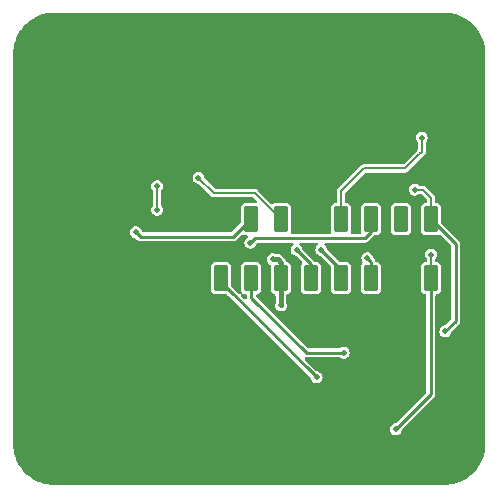
<source format=gbl>
%TF.GenerationSoftware,KiCad,Pcbnew,7.0.1*%
%TF.CreationDate,2024-02-15T14:31:57+01:00*%
%TF.ProjectId,pi4-sensorleap-v1,7069342d-7365-46e7-936f-726c6561702d,rev?*%
%TF.SameCoordinates,Original*%
%TF.FileFunction,Copper,L4,Bot*%
%TF.FilePolarity,Positive*%
%FSLAX46Y46*%
G04 Gerber Fmt 4.6, Leading zero omitted, Abs format (unit mm)*
G04 Created by KiCad (PCBNEW 7.0.1) date 2024-02-15 14:31:57*
%MOMM*%
%LPD*%
G01*
G04 APERTURE LIST*
G04 Aperture macros list*
%AMRoundRect*
0 Rectangle with rounded corners*
0 $1 Rounding radius*
0 $2 $3 $4 $5 $6 $7 $8 $9 X,Y pos of 4 corners*
0 Add a 4 corners polygon primitive as box body*
4,1,4,$2,$3,$4,$5,$6,$7,$8,$9,$2,$3,0*
0 Add four circle primitives for the rounded corners*
1,1,$1+$1,$2,$3*
1,1,$1+$1,$4,$5*
1,1,$1+$1,$6,$7*
1,1,$1+$1,$8,$9*
0 Add four rect primitives between the rounded corners*
20,1,$1+$1,$2,$3,$4,$5,0*
20,1,$1+$1,$4,$5,$6,$7,0*
20,1,$1+$1,$6,$7,$8,$9,0*
20,1,$1+$1,$8,$9,$2,$3,0*%
G04 Aperture macros list end*
%TA.AperFunction,SMDPad,CuDef*%
%ADD10R,1.500000X4.000000*%
%TD*%
%TA.AperFunction,SMDPad,CuDef*%
%ADD11RoundRect,0.133333X-0.466667X-0.966667X0.466667X-0.966667X0.466667X0.966667X-0.466667X0.966667X0*%
%TD*%
%TA.AperFunction,ViaPad*%
%ADD12C,0.500000*%
%TD*%
%TA.AperFunction,Conductor*%
%ADD13C,0.250000*%
%TD*%
%TA.AperFunction,Conductor*%
%ADD14C,0.200000*%
%TD*%
%TA.AperFunction,Conductor*%
%ADD15C,0.400000*%
%TD*%
G04 APERTURE END LIST*
D10*
%TO.P,J1,4,4*%
%TO.N,GND*%
X68600000Y-42000000D03*
%TO.P,J1,5,5*%
X74200000Y-42000000D03*
%TD*%
D11*
%TO.P,J2,1,GPIO00(SDA0\u002CI2C)*%
%TO.N,SDA*%
X96380000Y-62500000D03*
%TO.P,J2,2,GPIO07(SCL0\u002C_I2C)*%
%TO.N,SCL*%
X96370000Y-57500000D03*
%TO.P,J2,3,GND*%
%TO.N,GND*%
X93840000Y-62500000D03*
%TO.P,J2,4,GPIO07(SPI_CE1)*%
%TO.N,unconnected-(J2-GPIO07(SPI_CE1)-Pad4)*%
X93830000Y-57500000D03*
%TO.P,J2,5,GPIO11(SPI_CLK)*%
%TO.N,SPI_CLK*%
X91300000Y-62500000D03*
%TO.P,J2,6,GPIO08(SPI_CE0)*%
%TO.N,SPI_CE0*%
X91290000Y-57500000D03*
%TO.P,J2,7,GPIO09(SPI_MISO)*%
%TO.N,SPI_MISO*%
X88760000Y-62500000D03*
%TO.P,J2,8,GPIO25*%
%TO.N,IRQ_MM350*%
X88750000Y-57500000D03*
%TO.P,J2,9,GPIO10(SPI_MOSI)*%
%TO.N,SPI_MOSI*%
X86220000Y-62500000D03*
%TO.P,J2,10,GND*%
%TO.N,GND*%
X86210000Y-57500000D03*
%TO.P,J2,11,3.3_DC_Power*%
%TO.N,+3V3*%
X83680000Y-62500000D03*
%TO.P,J2,12,GPIO24*%
%TO.N,IRQ_DW*%
X83670000Y-57500000D03*
%TO.P,J2,13,GPIO22*%
%TO.N,IRQ_ACCEL*%
X81140000Y-62500000D03*
%TO.P,J2,14,GPIO23*%
%TO.N,RST_DW*%
X81130000Y-57500000D03*
%TO.P,J2,15,GPIO27*%
%TO.N,IRQ_GYRO*%
X78600000Y-62500000D03*
%TO.P,J2,16,GND*%
%TO.N,GND*%
X78590000Y-57500000D03*
%TD*%
D12*
%TO.N,IRQ_GYRO*%
X86698000Y-70896000D03*
%TO.N,IRQ_ACCEL*%
X88998000Y-68800000D03*
%TO.N,SPI_MOSI*%
X85000000Y-60100000D03*
%TO.N,SPI_MISO*%
X87100000Y-60100000D03*
%TO.N,SPI_CE0*%
X81100000Y-59500000D03*
%TO.N,SPI_CLK*%
X91000000Y-60800000D03*
%TO.N,SCL*%
X97600000Y-67000000D03*
X95000000Y-55000000D03*
%TO.N,SDA*%
X96400000Y-60500000D03*
X93400000Y-75300000D03*
%TO.N,IRQ_DW*%
X76700000Y-54000000D03*
%TO.N,Net-(U1-SPICSn)*%
X73190000Y-54700000D03*
X73200000Y-56700000D03*
%TO.N,GND*%
X98000000Y-74000000D03*
X74500000Y-42100000D03*
X100000000Y-58000000D03*
X96000000Y-42000000D03*
X72090000Y-47100000D03*
X98000000Y-75700000D03*
X70630000Y-44700000D03*
X71890000Y-52000000D03*
X97600000Y-61700000D03*
X72090000Y-44700000D03*
X95000000Y-60000000D03*
X100000000Y-68000000D03*
X73900000Y-40300000D03*
X68300000Y-43900000D03*
X74500000Y-40300000D03*
X81990000Y-46000000D03*
X67240000Y-51170000D03*
X80000000Y-54000000D03*
X73690000Y-52000000D03*
X69500000Y-43900000D03*
X74500000Y-41500000D03*
X84000000Y-46000000D03*
X72090000Y-45300000D03*
X71890000Y-52900000D03*
X100000000Y-62000000D03*
X72700000Y-46200000D03*
X90000000Y-66000000D03*
X70630000Y-47700000D03*
X68300000Y-42700000D03*
X89000000Y-60000000D03*
X80000000Y-56000000D03*
X70050000Y-46800000D03*
X100000000Y-60000000D03*
X72700000Y-57400000D03*
X75040000Y-47950000D03*
X65990000Y-60000000D03*
X73300000Y-42100000D03*
X98000000Y-52000000D03*
X98000000Y-44000000D03*
X68300000Y-40300000D03*
X88000000Y-66000000D03*
X62000000Y-62000000D03*
X93700000Y-71500000D03*
X67700000Y-40300000D03*
X69500000Y-40900000D03*
X93600000Y-48100000D03*
X74500000Y-40900000D03*
X86000000Y-68000000D03*
X73300000Y-42700000D03*
X67700000Y-43300000D03*
X70050000Y-47400000D03*
X68900000Y-41500000D03*
X66490000Y-53900000D03*
X68900000Y-40900000D03*
X70050000Y-46200000D03*
X70000000Y-60000000D03*
X66000000Y-62000000D03*
X86200000Y-55500000D03*
X74500000Y-56500000D03*
X65990000Y-58000000D03*
X73990000Y-46000000D03*
X95500000Y-53700000D03*
X68900000Y-43900000D03*
X68900000Y-42100000D03*
X70630000Y-45900000D03*
X63990000Y-54000000D03*
X73900000Y-42700000D03*
X69500000Y-43300000D03*
X68900000Y-43300000D03*
X100000000Y-50000000D03*
X74000000Y-62000000D03*
X100000000Y-70000000D03*
X72090000Y-48300000D03*
X90600000Y-55500000D03*
X77000000Y-56200000D03*
X70060000Y-44400000D03*
X88000000Y-46000000D03*
X75100000Y-42700000D03*
X90000000Y-48000000D03*
X86000000Y-54000000D03*
X72090000Y-46500000D03*
X70000000Y-62000000D03*
X62000000Y-46000000D03*
X77990000Y-48000000D03*
X67700000Y-42100000D03*
X75100000Y-43300000D03*
X81990000Y-42000000D03*
X73300000Y-40900000D03*
X98000000Y-54000000D03*
X75100000Y-43900000D03*
X94000000Y-42000000D03*
X100000000Y-54000000D03*
X69500000Y-40300000D03*
X100000000Y-66000000D03*
X68900000Y-40300000D03*
X66000000Y-46000000D03*
X98000000Y-56000000D03*
X69900000Y-56400000D03*
X72090000Y-47700000D03*
X70630000Y-46500000D03*
X85100000Y-52100000D03*
X72700000Y-47400000D03*
X96000000Y-75700000D03*
X90000000Y-68000000D03*
X74500000Y-42700000D03*
X69500000Y-42700000D03*
X73900000Y-42100000D03*
X70520000Y-48290000D03*
X94000000Y-44000000D03*
X73300000Y-41500000D03*
X92000000Y-52000000D03*
X88000000Y-54000000D03*
X98000000Y-58000000D03*
X73300000Y-40300000D03*
X90000000Y-44000000D03*
X72700000Y-45000000D03*
X93700000Y-69900000D03*
X68300000Y-42100000D03*
X100000000Y-56000000D03*
X81990000Y-44000000D03*
X90998000Y-68996000D03*
X72090000Y-45900000D03*
X64000000Y-46000000D03*
X73300000Y-43300000D03*
X70000000Y-58000000D03*
X75100000Y-41500000D03*
X100000000Y-52000000D03*
X70630000Y-45300000D03*
X70990000Y-52900000D03*
X86600000Y-74550000D03*
X90000000Y-52000000D03*
X86000000Y-66000000D03*
X76000000Y-52000000D03*
X84000000Y-72000000D03*
X88000000Y-44000000D03*
X79990000Y-42000000D03*
X70630000Y-47100000D03*
X73300000Y-43900000D03*
X86698000Y-69596000D03*
X66240000Y-51170000D03*
X68900000Y-42700000D03*
X86000000Y-46000000D03*
X72000000Y-62000000D03*
X77990000Y-44000000D03*
X72790000Y-52900000D03*
X97500000Y-63900000D03*
X84000000Y-44000000D03*
X73900000Y-40900000D03*
X70990000Y-52000000D03*
X76300000Y-57600000D03*
X84000000Y-54000000D03*
X90000000Y-46000000D03*
X62000000Y-48000000D03*
X80000000Y-66000000D03*
X67700000Y-43900000D03*
X72700000Y-46800000D03*
X90000000Y-50000000D03*
X86000000Y-44000000D03*
X94000000Y-66000000D03*
X64000000Y-62000000D03*
X100000000Y-74000000D03*
X67700000Y-42700000D03*
X67700000Y-41500000D03*
X100000000Y-48000000D03*
X85100000Y-47900000D03*
X88000000Y-42000000D03*
X98000000Y-42000000D03*
X79990000Y-46000000D03*
X98000000Y-68000000D03*
X73900000Y-41500000D03*
X98000000Y-50000000D03*
X69500000Y-42100000D03*
X73900000Y-43900000D03*
X74500000Y-43900000D03*
X75900000Y-54700000D03*
X62000000Y-50000000D03*
X62000000Y-52000000D03*
X67990000Y-58000000D03*
X73690000Y-52900000D03*
X92000000Y-42000000D03*
X70060000Y-45600000D03*
X67990000Y-60000000D03*
X75100000Y-42100000D03*
X67700000Y-40900000D03*
X90000000Y-42000000D03*
X75990000Y-48000000D03*
X68000000Y-62000000D03*
X72710000Y-45600000D03*
X77990000Y-42000000D03*
X70050000Y-45000000D03*
X74500000Y-43300000D03*
X92000000Y-54000000D03*
X68300000Y-40900000D03*
X92000000Y-44000000D03*
X98000000Y-47300000D03*
X68300000Y-43300000D03*
X100000000Y-64000000D03*
X96000000Y-44000000D03*
X72710000Y-44400000D03*
X75100000Y-40900000D03*
X63500000Y-57000000D03*
X100000000Y-72000000D03*
X88000000Y-68000000D03*
X89000000Y-75000000D03*
X76000000Y-50000000D03*
X69500000Y-41500000D03*
X84000000Y-42000000D03*
X68000000Y-46000000D03*
X82000000Y-54000000D03*
X72790000Y-52000000D03*
X79990000Y-44000000D03*
X97500000Y-60000000D03*
X63890000Y-51400000D03*
X86000000Y-42000000D03*
X72000000Y-60000000D03*
X73900000Y-43300000D03*
X75100000Y-40300000D03*
X96400000Y-51000000D03*
X68300000Y-41500000D03*
X94000000Y-68000000D03*
%TO.N,+3V3*%
X83000000Y-60900000D03*
X83700000Y-64800000D03*
%TO.N,RST_DW*%
X71400000Y-58600000D03*
%TO.N,IRQ_MM350*%
X95600000Y-50600000D03*
%TD*%
D13*
%TO.N,IRQ_GYRO*%
X78600000Y-62800000D02*
X86696000Y-70896000D01*
X78600000Y-62500000D02*
X78600000Y-62800000D01*
X86696000Y-70896000D02*
X86698000Y-70896000D01*
%TO.N,IRQ_ACCEL*%
X88998000Y-68800000D02*
X85847405Y-68800000D01*
X81178000Y-64130595D02*
X81178000Y-62496000D01*
X85847405Y-68800000D02*
X81178000Y-64130595D01*
%TO.N,SPI_MOSI*%
X85000000Y-60100000D02*
X86220000Y-61320000D01*
X86220000Y-61320000D02*
X86220000Y-62500000D01*
%TO.N,SPI_MISO*%
X87100000Y-60100000D02*
X88760000Y-61760000D01*
X88760000Y-61760000D02*
X88760000Y-62500000D01*
%TO.N,SPI_CE0*%
X91290000Y-58600000D02*
X91290000Y-57500000D01*
X81500000Y-59100000D02*
X90790000Y-59100000D01*
X81100000Y-59500000D02*
X81500000Y-59100000D01*
X90790000Y-59100000D02*
X91290000Y-58600000D01*
%TO.N,SPI_CLK*%
X91300000Y-61100000D02*
X91000000Y-60800000D01*
X91300000Y-62500000D02*
X91300000Y-61100000D01*
D14*
%TO.N,SCL*%
X95700000Y-55000000D02*
X95000000Y-55000000D01*
X96370000Y-55670000D02*
X96370000Y-57500000D01*
D13*
X96370000Y-57500000D02*
X98475000Y-59605000D01*
D14*
X95700000Y-55000000D02*
X96370000Y-55670000D01*
D13*
X98475000Y-66125000D02*
X97600000Y-67000000D01*
X98475000Y-59605000D02*
X98475000Y-66125000D01*
D14*
%TO.N,SDA*%
X96400000Y-62480000D02*
X96380000Y-62500000D01*
X96400000Y-60500000D02*
X96400000Y-62480000D01*
D13*
X93400000Y-75300000D02*
X96380000Y-72320000D01*
X96380000Y-72320000D02*
X96380000Y-62500000D01*
D14*
%TO.N,IRQ_DW*%
X81470000Y-55300000D02*
X83670000Y-57500000D01*
X76700000Y-54000000D02*
X78000000Y-55300000D01*
X78000000Y-55300000D02*
X81470000Y-55300000D01*
%TO.N,Net-(U1-SPICSn)*%
X73190000Y-54700000D02*
X73190000Y-56690000D01*
X73190000Y-56690000D02*
X73200000Y-56700000D01*
D13*
%TO.N,GND*%
X93840000Y-62500000D02*
X93840000Y-65840000D01*
D14*
X86210000Y-55510000D02*
X86200000Y-55500000D01*
D13*
X93840000Y-65840000D02*
X94000000Y-66000000D01*
D14*
X86210000Y-57500000D02*
X86210000Y-55510000D01*
D15*
%TO.N,+3V3*%
X83680000Y-64800000D02*
X83680000Y-62500000D01*
X83680000Y-61180000D02*
X83680000Y-62500000D01*
X83400000Y-60900000D02*
X83680000Y-61180000D01*
X83000000Y-60900000D02*
X83400000Y-60900000D01*
D13*
%TO.N,RST_DW*%
X71800000Y-59000000D02*
X71400000Y-58600000D01*
X81130000Y-57500000D02*
X79630000Y-59000000D01*
X79630000Y-59000000D02*
X71800000Y-59000000D01*
D14*
%TO.N,IRQ_MM350*%
X94200000Y-53200000D02*
X95400000Y-52000000D01*
X88750000Y-57500000D02*
X88750000Y-55150000D01*
X88750000Y-55150000D02*
X90700000Y-53200000D01*
X95600000Y-51800000D02*
X95600000Y-50600000D01*
X90700000Y-53200000D02*
X94200000Y-53200000D01*
X95400000Y-52000000D02*
X95600000Y-51800000D01*
%TD*%
%TA.AperFunction,Conductor*%
%TO.N,GND*%
G36*
X97503032Y-40000649D02*
G01*
X97507384Y-40000862D01*
X97652450Y-40007989D01*
X97843670Y-40018010D01*
X97855324Y-40019177D01*
X98021254Y-40043791D01*
X98022225Y-40043940D01*
X98194897Y-40071289D01*
X98205570Y-40073465D01*
X98371374Y-40114997D01*
X98373014Y-40115422D01*
X98538880Y-40159866D01*
X98548544Y-40162884D01*
X98652693Y-40200150D01*
X98710526Y-40220843D01*
X98713188Y-40221830D01*
X98746726Y-40234704D01*
X98872097Y-40282829D01*
X98880623Y-40286475D01*
X99036869Y-40360374D01*
X99040055Y-40361939D01*
X99182487Y-40434511D01*
X99191094Y-40438897D01*
X99198547Y-40443023D01*
X99347075Y-40532047D01*
X99350824Y-40534387D01*
X99492670Y-40626503D01*
X99498977Y-40630884D01*
X99638210Y-40734147D01*
X99642365Y-40737367D01*
X99773635Y-40843667D01*
X99778872Y-40848155D01*
X99907389Y-40964636D01*
X99911797Y-40968833D01*
X100031165Y-41088201D01*
X100035362Y-41092609D01*
X100151843Y-41221126D01*
X100156331Y-41226363D01*
X100262620Y-41357619D01*
X100265851Y-41361788D01*
X100369114Y-41501021D01*
X100373512Y-41507353D01*
X100465599Y-41649155D01*
X100467963Y-41652942D01*
X100556975Y-41801451D01*
X100561101Y-41808904D01*
X100638037Y-41959898D01*
X100639647Y-41963176D01*
X100713510Y-42119345D01*
X100717179Y-42127925D01*
X100778168Y-42286810D01*
X100779155Y-42289472D01*
X100837111Y-42451447D01*
X100840135Y-42461128D01*
X100884535Y-42626827D01*
X100885044Y-42628792D01*
X100926526Y-42794398D01*
X100928715Y-42805130D01*
X100956041Y-42977665D01*
X100956226Y-42978867D01*
X100980818Y-43144649D01*
X100981990Y-43156355D01*
X100991989Y-43347157D01*
X100991886Y-43347162D01*
X100992011Y-43347561D01*
X100999351Y-43496967D01*
X100999500Y-43503052D01*
X100999500Y-76496948D01*
X100999351Y-76503033D01*
X100992014Y-76652369D01*
X100991993Y-76652774D01*
X100981990Y-76843644D01*
X100980818Y-76855349D01*
X100956226Y-77021131D01*
X100956041Y-77022333D01*
X100928715Y-77194868D01*
X100926526Y-77205600D01*
X100885044Y-77371206D01*
X100884535Y-77373171D01*
X100840135Y-77538870D01*
X100837111Y-77548551D01*
X100779155Y-77710526D01*
X100778168Y-77713188D01*
X100717179Y-77872073D01*
X100713510Y-77880653D01*
X100639647Y-78036822D01*
X100638037Y-78040100D01*
X100561101Y-78191094D01*
X100556975Y-78198547D01*
X100467963Y-78347056D01*
X100465599Y-78350843D01*
X100373512Y-78492645D01*
X100369114Y-78498977D01*
X100265851Y-78638210D01*
X100262620Y-78642379D01*
X100156331Y-78773635D01*
X100151843Y-78778872D01*
X100035362Y-78907389D01*
X100031165Y-78911797D01*
X99911797Y-79031165D01*
X99907389Y-79035362D01*
X99778872Y-79151843D01*
X99773635Y-79156331D01*
X99642379Y-79262620D01*
X99638210Y-79265851D01*
X99498977Y-79369114D01*
X99492645Y-79373512D01*
X99350843Y-79465599D01*
X99347056Y-79467963D01*
X99198547Y-79556975D01*
X99191094Y-79561101D01*
X99040100Y-79638037D01*
X99036822Y-79639647D01*
X98880653Y-79713510D01*
X98872073Y-79717179D01*
X98713188Y-79778168D01*
X98710526Y-79779155D01*
X98548551Y-79837111D01*
X98538870Y-79840135D01*
X98373171Y-79884535D01*
X98371206Y-79885044D01*
X98205600Y-79926526D01*
X98194868Y-79928715D01*
X98022333Y-79956041D01*
X98021131Y-79956226D01*
X97855349Y-79980818D01*
X97843644Y-79981990D01*
X97652774Y-79991993D01*
X97652369Y-79992014D01*
X97503033Y-79999351D01*
X97496948Y-79999500D01*
X64503052Y-79999500D01*
X64496967Y-79999351D01*
X64347629Y-79992014D01*
X64347224Y-79991993D01*
X64156354Y-79981990D01*
X64144649Y-79980818D01*
X63978867Y-79956226D01*
X63977665Y-79956041D01*
X63805130Y-79928715D01*
X63794398Y-79926526D01*
X63628792Y-79885044D01*
X63626827Y-79884535D01*
X63461128Y-79840135D01*
X63451447Y-79837111D01*
X63289472Y-79779155D01*
X63286810Y-79778168D01*
X63127925Y-79717179D01*
X63119351Y-79713512D01*
X62963176Y-79639647D01*
X62959898Y-79638037D01*
X62808904Y-79561101D01*
X62801451Y-79556975D01*
X62652942Y-79467963D01*
X62649155Y-79465599D01*
X62601996Y-79434973D01*
X62507343Y-79373505D01*
X62501021Y-79369114D01*
X62361788Y-79265851D01*
X62357619Y-79262620D01*
X62226363Y-79156331D01*
X62221126Y-79151843D01*
X62092609Y-79035362D01*
X62088201Y-79031165D01*
X61968833Y-78911797D01*
X61964636Y-78907389D01*
X61848155Y-78778872D01*
X61843667Y-78773635D01*
X61737378Y-78642379D01*
X61734147Y-78638210D01*
X61630884Y-78498977D01*
X61626503Y-78492670D01*
X61534387Y-78350824D01*
X61532035Y-78347056D01*
X61443023Y-78198547D01*
X61438897Y-78191094D01*
X61434511Y-78182487D01*
X61361939Y-78040055D01*
X61360374Y-78036869D01*
X61286475Y-77880623D01*
X61282829Y-77872097D01*
X61221830Y-77713188D01*
X61220843Y-77710526D01*
X61162887Y-77548551D01*
X61159863Y-77538870D01*
X61115422Y-77373014D01*
X61114997Y-77371374D01*
X61073465Y-77205570D01*
X61071289Y-77194897D01*
X61043940Y-77022225D01*
X61043791Y-77021254D01*
X61019177Y-76855324D01*
X61018010Y-76843670D01*
X61007985Y-76652369D01*
X61000649Y-76503032D01*
X61000500Y-76496949D01*
X61000500Y-75300000D01*
X92894353Y-75300000D01*
X92914834Y-75442457D01*
X92974623Y-75573374D01*
X93068870Y-75682141D01*
X93068872Y-75682143D01*
X93189947Y-75759953D01*
X93328039Y-75800500D01*
X93471961Y-75800500D01*
X93610053Y-75759953D01*
X93731128Y-75682143D01*
X93825377Y-75573373D01*
X93885165Y-75442457D01*
X93895510Y-75370501D01*
X93907363Y-75332646D01*
X93930563Y-75300472D01*
X96608889Y-72622146D01*
X96628741Y-72606025D01*
X96637836Y-72600084D01*
X96657273Y-72575110D01*
X96667453Y-72563583D01*
X96667519Y-72563518D01*
X96679624Y-72546561D01*
X96682627Y-72542534D01*
X96714809Y-72501189D01*
X96714810Y-72501185D01*
X96719666Y-72494947D01*
X96719753Y-72494779D01*
X96722010Y-72487199D01*
X96736955Y-72436997D01*
X96738486Y-72432218D01*
X96755500Y-72382660D01*
X96755500Y-72382658D01*
X96758060Y-72375201D01*
X96758093Y-72374970D01*
X96757767Y-72367091D01*
X96757768Y-72367089D01*
X96755605Y-72314807D01*
X96755500Y-72309685D01*
X96755500Y-63974499D01*
X96772113Y-63912499D01*
X96817500Y-63867112D01*
X96874216Y-63851914D01*
X96874199Y-63851794D01*
X96875224Y-63851644D01*
X96879500Y-63850499D01*
X96883088Y-63850499D01*
X96883090Y-63850499D01*
X96957703Y-63839629D01*
X97072787Y-63783368D01*
X97163368Y-63692787D01*
X97219629Y-63577703D01*
X97230500Y-63503091D01*
X97230499Y-61496910D01*
X97219629Y-61422297D01*
X97163368Y-61307213D01*
X97163367Y-61307212D01*
X97163367Y-61307211D01*
X97072788Y-61216632D01*
X96984299Y-61173373D01*
X96957703Y-61160371D01*
X96957701Y-61160370D01*
X96957700Y-61160370D01*
X96883094Y-61149500D01*
X96883091Y-61149500D01*
X96874500Y-61149500D01*
X96812500Y-61132887D01*
X96767113Y-61087500D01*
X96750500Y-61025500D01*
X96750500Y-60906036D01*
X96758318Y-60862703D01*
X96780787Y-60824834D01*
X96825376Y-60773374D01*
X96825375Y-60773374D01*
X96825377Y-60773373D01*
X96885165Y-60642457D01*
X96905647Y-60500000D01*
X96885165Y-60357543D01*
X96858657Y-60299500D01*
X96825376Y-60226625D01*
X96731129Y-60117858D01*
X96731128Y-60117857D01*
X96610053Y-60040047D01*
X96471961Y-59999500D01*
X96328039Y-59999500D01*
X96189947Y-60040047D01*
X96068870Y-60117858D01*
X95974623Y-60226625D01*
X95914834Y-60357542D01*
X95894353Y-60499999D01*
X95914834Y-60642457D01*
X95974623Y-60773374D01*
X96019213Y-60824834D01*
X96041682Y-60862703D01*
X96049500Y-60906036D01*
X96049500Y-61025501D01*
X96032887Y-61087501D01*
X95987500Y-61132888D01*
X95925500Y-61149501D01*
X95876910Y-61149501D01*
X95827167Y-61156747D01*
X95802296Y-61160371D01*
X95687211Y-61216632D01*
X95596632Y-61307211D01*
X95540370Y-61422299D01*
X95529500Y-61496905D01*
X95529500Y-63503087D01*
X95540371Y-63577703D01*
X95596632Y-63692788D01*
X95687211Y-63783367D01*
X95687212Y-63783367D01*
X95687213Y-63783368D01*
X95802297Y-63839629D01*
X95832141Y-63843977D01*
X95876906Y-63850500D01*
X95876909Y-63850500D01*
X95880500Y-63850500D01*
X95884783Y-63851647D01*
X95885801Y-63851796D01*
X95885783Y-63851915D01*
X95942500Y-63867113D01*
X95987887Y-63912500D01*
X96004500Y-63974500D01*
X96004500Y-72113100D01*
X95995061Y-72160553D01*
X95968181Y-72200781D01*
X93405781Y-74763181D01*
X93365553Y-74790061D01*
X93345047Y-74794139D01*
X93345146Y-74794477D01*
X93189947Y-74840047D01*
X93068870Y-74917858D01*
X92974623Y-75026625D01*
X92914834Y-75157542D01*
X92894353Y-75300000D01*
X61000500Y-75300000D01*
X61000500Y-63503087D01*
X77749500Y-63503087D01*
X77760371Y-63577703D01*
X77816632Y-63692788D01*
X77907211Y-63783367D01*
X77907212Y-63783367D01*
X77907213Y-63783368D01*
X78022297Y-63839629D01*
X78096909Y-63850500D01*
X79068100Y-63850499D01*
X79115553Y-63859938D01*
X79155781Y-63886818D01*
X86167768Y-70898806D01*
X86190971Y-70930982D01*
X86202825Y-70968840D01*
X86212834Y-71038457D01*
X86272623Y-71169374D01*
X86366870Y-71278141D01*
X86366872Y-71278143D01*
X86487947Y-71355953D01*
X86626039Y-71396500D01*
X86769961Y-71396500D01*
X86908053Y-71355953D01*
X87029128Y-71278143D01*
X87123377Y-71169373D01*
X87183165Y-71038457D01*
X87203647Y-70896000D01*
X87183165Y-70753543D01*
X87123377Y-70622627D01*
X87123376Y-70622626D01*
X87123376Y-70622625D01*
X87029129Y-70513858D01*
X87029128Y-70513857D01*
X86908053Y-70436047D01*
X86863034Y-70422828D01*
X86753289Y-70390604D01*
X86730446Y-70386061D01*
X86690218Y-70359181D01*
X85720276Y-69389238D01*
X85690347Y-69340848D01*
X85685180Y-69284185D01*
X85705863Y-69231180D01*
X85748042Y-69192993D01*
X85802832Y-69177663D01*
X85847572Y-69175813D01*
X85852600Y-69175606D01*
X85857721Y-69175500D01*
X88620126Y-69175500D01*
X88687163Y-69195183D01*
X88787947Y-69259953D01*
X88926039Y-69300500D01*
X89069961Y-69300500D01*
X89208053Y-69259953D01*
X89329128Y-69182143D01*
X89423377Y-69073373D01*
X89483165Y-68942457D01*
X89503647Y-68800000D01*
X89483165Y-68657543D01*
X89423377Y-68526627D01*
X89423376Y-68526626D01*
X89423376Y-68526625D01*
X89329129Y-68417858D01*
X89329128Y-68417857D01*
X89208053Y-68340047D01*
X89069961Y-68299500D01*
X88926039Y-68299500D01*
X88787947Y-68340046D01*
X88720281Y-68383533D01*
X88687163Y-68404816D01*
X88620126Y-68424500D01*
X86054304Y-68424500D01*
X86006851Y-68415061D01*
X85966623Y-68388181D01*
X81630929Y-64052486D01*
X81597947Y-63993377D01*
X81600919Y-63925754D01*
X81638961Y-63869768D01*
X81700733Y-63842101D01*
X81717703Y-63839629D01*
X81832787Y-63783368D01*
X81923368Y-63692787D01*
X81979629Y-63577703D01*
X81990500Y-63503091D01*
X81990499Y-61496910D01*
X81979629Y-61422297D01*
X81923368Y-61307213D01*
X81923367Y-61307212D01*
X81923367Y-61307211D01*
X81832788Y-61216632D01*
X81744299Y-61173373D01*
X81717703Y-61160371D01*
X81717701Y-61160370D01*
X81717700Y-61160370D01*
X81643094Y-61149500D01*
X80636912Y-61149500D01*
X80562296Y-61160371D01*
X80447211Y-61216632D01*
X80356632Y-61307211D01*
X80300370Y-61422299D01*
X80289500Y-61496905D01*
X80289500Y-63503087D01*
X80300371Y-63577703D01*
X80348582Y-63676321D01*
X80360465Y-63744083D01*
X80335892Y-63804106D01*
X80395917Y-63779533D01*
X80463677Y-63791416D01*
X80562297Y-63839629D01*
X80592141Y-63843977D01*
X80636906Y-63850500D01*
X80636909Y-63850500D01*
X80678500Y-63850500D01*
X80740500Y-63867113D01*
X80785887Y-63912500D01*
X80802500Y-63974500D01*
X80802500Y-64078790D01*
X80799861Y-64104236D01*
X80797633Y-64114861D01*
X80801548Y-64146272D01*
X80802500Y-64161609D01*
X80802500Y-64171983D01*
X80799100Y-64171983D01*
X80795384Y-64213589D01*
X80760846Y-64264853D01*
X80705851Y-64293074D01*
X80644065Y-64291239D01*
X80590842Y-64259804D01*
X80321537Y-63990499D01*
X80288294Y-63930268D01*
X80292274Y-63861587D01*
X80326876Y-63813122D01*
X80278412Y-63847726D01*
X80209731Y-63851705D01*
X80149500Y-63818462D01*
X79486818Y-63155780D01*
X79459938Y-63115552D01*
X79450499Y-63068099D01*
X79450499Y-61496912D01*
X79450499Y-61496909D01*
X79439629Y-61422297D01*
X79383368Y-61307213D01*
X79383367Y-61307212D01*
X79383367Y-61307211D01*
X79292788Y-61216632D01*
X79204299Y-61173373D01*
X79177703Y-61160371D01*
X79177701Y-61160370D01*
X79177700Y-61160370D01*
X79103094Y-61149500D01*
X78096912Y-61149500D01*
X78022296Y-61160371D01*
X77907211Y-61216632D01*
X77816632Y-61307211D01*
X77760370Y-61422299D01*
X77749500Y-61496905D01*
X77749500Y-63503087D01*
X61000500Y-63503087D01*
X61000500Y-60899999D01*
X82494353Y-60899999D01*
X82514834Y-61042457D01*
X82574623Y-61173374D01*
X82668870Y-61282141D01*
X82668872Y-61282143D01*
X82777180Y-61351748D01*
X82811193Y-61384199D01*
X82830682Y-61426979D01*
X82832846Y-61473939D01*
X82829500Y-61496908D01*
X82829500Y-63503087D01*
X82840371Y-63577703D01*
X82896632Y-63692788D01*
X82987211Y-63783367D01*
X82987212Y-63783367D01*
X82987213Y-63783368D01*
X83102297Y-63839629D01*
X83110166Y-63840775D01*
X83123378Y-63842701D01*
X83177553Y-63864488D01*
X83215751Y-63908654D01*
X83229500Y-63965405D01*
X83229500Y-64598457D01*
X83218293Y-64649971D01*
X83214834Y-64657542D01*
X83194353Y-64799999D01*
X83214834Y-64942457D01*
X83274623Y-65073374D01*
X83368870Y-65182141D01*
X83368872Y-65182143D01*
X83489947Y-65259953D01*
X83628039Y-65300500D01*
X83771961Y-65300500D01*
X83910053Y-65259953D01*
X84031128Y-65182143D01*
X84125377Y-65073373D01*
X84185165Y-64942457D01*
X84205647Y-64800000D01*
X84185165Y-64657543D01*
X84141706Y-64562382D01*
X84130500Y-64510870D01*
X84130500Y-63965405D01*
X84144249Y-63908654D01*
X84182447Y-63864488D01*
X84236622Y-63842701D01*
X84250330Y-63840702D01*
X84257703Y-63839629D01*
X84372787Y-63783368D01*
X84463368Y-63692787D01*
X84519629Y-63577703D01*
X84530500Y-63503091D01*
X84530499Y-61496910D01*
X84519629Y-61422297D01*
X84463368Y-61307213D01*
X84463367Y-61307212D01*
X84463367Y-61307211D01*
X84372788Y-61216632D01*
X84257700Y-61160369D01*
X84220847Y-61155000D01*
X84171790Y-61136678D01*
X84134671Y-61099739D01*
X84116110Y-61050772D01*
X84115569Y-61047182D01*
X84115348Y-61045713D01*
X84115346Y-61045710D01*
X84114448Y-61039748D01*
X84112839Y-61034856D01*
X84107895Y-61025501D01*
X84083294Y-60978956D01*
X84081215Y-60974835D01*
X84053815Y-60917937D01*
X84050820Y-60913717D01*
X84006164Y-60869061D01*
X84002946Y-60865721D01*
X83970481Y-60830732D01*
X83964055Y-60823806D01*
X83964053Y-60823805D01*
X83959958Y-60819391D01*
X83945067Y-60807964D01*
X83741368Y-60604265D01*
X83732102Y-60593897D01*
X83709879Y-60566030D01*
X83662608Y-60533800D01*
X83658870Y-60531148D01*
X83652744Y-60526627D01*
X83640862Y-60517857D01*
X83608035Y-60493629D01*
X83603424Y-60491302D01*
X83573724Y-60482141D01*
X83543045Y-60472677D01*
X83538644Y-60471230D01*
X83479023Y-60450368D01*
X83473914Y-60449500D01*
X83467902Y-60449500D01*
X83410738Y-60449500D01*
X83406101Y-60449413D01*
X83342970Y-60447050D01*
X83324365Y-60449500D01*
X83260074Y-60449500D01*
X83225139Y-60444477D01*
X83210054Y-60440047D01*
X83210053Y-60440047D01*
X83071961Y-60399500D01*
X82928039Y-60399500D01*
X82789947Y-60440047D01*
X82668870Y-60517858D01*
X82574623Y-60626625D01*
X82514834Y-60757542D01*
X82494353Y-60899999D01*
X61000500Y-60899999D01*
X61000500Y-58600000D01*
X70894353Y-58600000D01*
X70914834Y-58742457D01*
X70974623Y-58873374D01*
X71059179Y-58970957D01*
X71068872Y-58982143D01*
X71189947Y-59059953D01*
X71328039Y-59100500D01*
X71345146Y-59105523D01*
X71345047Y-59105859D01*
X71365554Y-59109939D01*
X71405782Y-59136819D01*
X71497850Y-59228887D01*
X71513977Y-59248746D01*
X71519916Y-59257836D01*
X71544894Y-59277277D01*
X71556412Y-59287449D01*
X71556481Y-59287518D01*
X71573389Y-59299590D01*
X71577494Y-59302650D01*
X71617761Y-59333992D01*
X71625044Y-59339660D01*
X71625233Y-59339757D01*
X71632801Y-59342010D01*
X71682959Y-59356943D01*
X71687819Y-59358499D01*
X71737340Y-59375500D01*
X71737342Y-59375500D01*
X71744796Y-59378059D01*
X71745029Y-59378093D01*
X71752908Y-59377767D01*
X71752911Y-59377768D01*
X71805192Y-59375605D01*
X71810315Y-59375500D01*
X79578195Y-59375500D01*
X79603641Y-59378139D01*
X79607440Y-59378935D01*
X79614268Y-59380367D01*
X79645139Y-59376519D01*
X79645677Y-59376452D01*
X79661014Y-59375500D01*
X79661111Y-59375500D01*
X79661114Y-59375500D01*
X79681643Y-59372073D01*
X79686659Y-59371342D01*
X79738626Y-59364866D01*
X79738628Y-59364864D01*
X79746457Y-59363889D01*
X79746666Y-59363822D01*
X79753607Y-59360065D01*
X79753610Y-59360065D01*
X79799666Y-59335140D01*
X79804144Y-59332835D01*
X79851211Y-59309826D01*
X79851212Y-59309824D01*
X79858308Y-59306356D01*
X79858476Y-59306230D01*
X79863824Y-59300419D01*
X79863826Y-59300419D01*
X79899294Y-59261889D01*
X79902795Y-59258240D01*
X80334618Y-58826418D01*
X80377222Y-58798584D01*
X80427421Y-58790207D01*
X80476757Y-58802700D01*
X80552297Y-58839629D01*
X80626909Y-58850500D01*
X80762583Y-58850499D01*
X80823556Y-58866526D01*
X80868769Y-58910465D01*
X80886531Y-58970957D01*
X80872252Y-59032365D01*
X80829622Y-59078814D01*
X80768871Y-59117856D01*
X80674623Y-59226625D01*
X80614834Y-59357542D01*
X80594353Y-59499999D01*
X80614834Y-59642457D01*
X80674623Y-59773374D01*
X80720767Y-59826627D01*
X80768872Y-59882143D01*
X80889947Y-59959953D01*
X81028039Y-60000500D01*
X81171961Y-60000500D01*
X81310053Y-59959953D01*
X81431128Y-59882143D01*
X81525377Y-59773373D01*
X81585165Y-59642457D01*
X81593877Y-59581854D01*
X81615608Y-59527574D01*
X81659796Y-59489285D01*
X81716616Y-59475500D01*
X84623681Y-59475500D01*
X84684656Y-59491528D01*
X84729868Y-59535467D01*
X84747630Y-59595959D01*
X84733351Y-59657367D01*
X84690720Y-59703816D01*
X84668870Y-59717857D01*
X84574623Y-59826625D01*
X84514834Y-59957542D01*
X84494353Y-60100000D01*
X84514834Y-60242457D01*
X84574623Y-60373374D01*
X84659416Y-60471230D01*
X84668872Y-60482143D01*
X84789947Y-60559953D01*
X84928039Y-60600500D01*
X84945146Y-60605523D01*
X84945047Y-60605859D01*
X84965554Y-60609939D01*
X85005782Y-60636819D01*
X85468722Y-61099759D01*
X85500816Y-61155346D01*
X85500816Y-61219533D01*
X85468723Y-61275120D01*
X85436633Y-61307210D01*
X85380370Y-61422299D01*
X85369500Y-61496905D01*
X85369500Y-63503087D01*
X85380371Y-63577703D01*
X85436632Y-63692788D01*
X85527211Y-63783367D01*
X85527212Y-63783367D01*
X85527213Y-63783368D01*
X85642297Y-63839629D01*
X85716909Y-63850500D01*
X86723090Y-63850499D01*
X86797703Y-63839629D01*
X86912787Y-63783368D01*
X87003368Y-63692787D01*
X87059629Y-63577703D01*
X87070500Y-63503091D01*
X87070499Y-61496910D01*
X87059629Y-61422297D01*
X87003368Y-61307213D01*
X87003367Y-61307212D01*
X87003367Y-61307211D01*
X86912788Y-61216632D01*
X86824299Y-61173373D01*
X86797703Y-61160371D01*
X86797701Y-61160370D01*
X86797700Y-61160370D01*
X86723094Y-61149500D01*
X86723091Y-61149500D01*
X86631899Y-61149500D01*
X86584446Y-61140061D01*
X86544218Y-61113181D01*
X86536978Y-61105941D01*
X86526225Y-61091519D01*
X86510112Y-61076686D01*
X86481892Y-61050707D01*
X86478219Y-61047182D01*
X85530566Y-60099528D01*
X85507363Y-60067351D01*
X85495509Y-60029492D01*
X85485165Y-59957542D01*
X85425376Y-59826625D01*
X85331129Y-59717857D01*
X85309280Y-59703816D01*
X85266649Y-59657367D01*
X85252370Y-59595959D01*
X85270132Y-59535467D01*
X85315344Y-59491528D01*
X85376319Y-59475500D01*
X86723681Y-59475500D01*
X86784656Y-59491528D01*
X86829868Y-59535467D01*
X86847630Y-59595959D01*
X86833351Y-59657367D01*
X86790720Y-59703816D01*
X86768870Y-59717857D01*
X86674623Y-59826625D01*
X86614834Y-59957542D01*
X86594353Y-60100000D01*
X86614834Y-60242457D01*
X86674623Y-60373374D01*
X86759416Y-60471230D01*
X86768872Y-60482143D01*
X86889947Y-60559953D01*
X87028039Y-60600500D01*
X87045146Y-60605523D01*
X87045047Y-60605859D01*
X87065554Y-60609939D01*
X87105782Y-60636819D01*
X87873181Y-61404218D01*
X87900061Y-61444446D01*
X87909500Y-61491899D01*
X87909500Y-63503087D01*
X87920371Y-63577703D01*
X87976632Y-63692788D01*
X88067211Y-63783367D01*
X88067212Y-63783367D01*
X88067213Y-63783368D01*
X88182297Y-63839629D01*
X88256909Y-63850500D01*
X89263090Y-63850499D01*
X89337703Y-63839629D01*
X89452787Y-63783368D01*
X89543368Y-63692787D01*
X89599629Y-63577703D01*
X89610500Y-63503091D01*
X89610500Y-63503087D01*
X90449500Y-63503087D01*
X90460371Y-63577703D01*
X90516632Y-63692788D01*
X90607211Y-63783367D01*
X90607212Y-63783367D01*
X90607213Y-63783368D01*
X90722297Y-63839629D01*
X90796909Y-63850500D01*
X91803090Y-63850499D01*
X91877703Y-63839629D01*
X91992787Y-63783368D01*
X92083368Y-63692787D01*
X92139629Y-63577703D01*
X92150500Y-63503091D01*
X92150499Y-61496910D01*
X92139629Y-61422297D01*
X92083368Y-61307213D01*
X92083367Y-61307212D01*
X92083367Y-61307211D01*
X91992788Y-61216632D01*
X91904299Y-61173373D01*
X91877703Y-61160371D01*
X91877701Y-61160370D01*
X91877700Y-61160370D01*
X91803094Y-61149500D01*
X91803091Y-61149500D01*
X91794079Y-61149500D01*
X91736569Y-61135357D01*
X91692178Y-61096155D01*
X91671031Y-61040836D01*
X91663891Y-60983550D01*
X91663821Y-60983332D01*
X91660065Y-60976392D01*
X91660065Y-60976390D01*
X91635148Y-60930348D01*
X91632828Y-60925840D01*
X91609826Y-60878789D01*
X91609825Y-60878788D01*
X91606360Y-60871700D01*
X91606225Y-60871519D01*
X91599927Y-60865721D01*
X91561893Y-60830708D01*
X91558220Y-60827183D01*
X91530566Y-60799529D01*
X91507363Y-60767352D01*
X91495509Y-60729493D01*
X91485165Y-60657542D01*
X91425376Y-60526625D01*
X91331129Y-60417858D01*
X91331128Y-60417857D01*
X91210053Y-60340047D01*
X91071961Y-60299500D01*
X90928039Y-60299500D01*
X90789947Y-60340047D01*
X90668870Y-60417858D01*
X90574623Y-60526625D01*
X90514834Y-60657542D01*
X90494353Y-60800000D01*
X90514834Y-60942457D01*
X90564301Y-61050772D01*
X90574623Y-61073373D01*
X90577494Y-61076686D01*
X90580656Y-61080335D01*
X90608109Y-61135179D01*
X90605920Y-61196472D01*
X90574625Y-61249219D01*
X90516632Y-61307212D01*
X90460370Y-61422299D01*
X90449500Y-61496905D01*
X90449500Y-63503087D01*
X89610500Y-63503087D01*
X89610499Y-61496910D01*
X89599629Y-61422297D01*
X89543368Y-61307213D01*
X89543367Y-61307212D01*
X89543367Y-61307211D01*
X89452788Y-61216632D01*
X89364299Y-61173373D01*
X89337703Y-61160371D01*
X89337701Y-61160370D01*
X89337700Y-61160370D01*
X89263094Y-61149500D01*
X89263091Y-61149500D01*
X88731899Y-61149500D01*
X88684446Y-61140061D01*
X88644218Y-61113181D01*
X87630566Y-60099528D01*
X87607363Y-60067351D01*
X87595509Y-60029492D01*
X87585165Y-59957542D01*
X87525376Y-59826625D01*
X87431129Y-59717857D01*
X87409280Y-59703816D01*
X87366649Y-59657367D01*
X87352370Y-59595959D01*
X87370132Y-59535467D01*
X87415344Y-59491528D01*
X87476319Y-59475500D01*
X90738195Y-59475500D01*
X90763641Y-59478139D01*
X90767440Y-59478935D01*
X90774268Y-59480367D01*
X90804138Y-59476643D01*
X90805677Y-59476452D01*
X90821014Y-59475500D01*
X90821111Y-59475500D01*
X90821114Y-59475500D01*
X90841643Y-59472073D01*
X90846659Y-59471342D01*
X90898626Y-59464866D01*
X90898628Y-59464864D01*
X90906457Y-59463889D01*
X90906666Y-59463822D01*
X90913607Y-59460065D01*
X90913610Y-59460065D01*
X90959666Y-59435140D01*
X90964144Y-59432835D01*
X91011211Y-59409826D01*
X91011212Y-59409824D01*
X91018308Y-59406356D01*
X91018476Y-59406230D01*
X91023824Y-59400419D01*
X91023826Y-59400419D01*
X91059293Y-59361890D01*
X91062794Y-59358241D01*
X91518892Y-58902144D01*
X91538751Y-58886019D01*
X91562219Y-58870688D01*
X91594657Y-58855653D01*
X91630036Y-58850499D01*
X91793088Y-58850499D01*
X91793090Y-58850499D01*
X91867703Y-58839629D01*
X91982787Y-58783368D01*
X92073368Y-58692787D01*
X92129629Y-58577703D01*
X92140500Y-58503091D01*
X92140500Y-58503087D01*
X92979500Y-58503087D01*
X92990371Y-58577703D01*
X93046632Y-58692788D01*
X93137211Y-58783367D01*
X93137212Y-58783367D01*
X93137213Y-58783368D01*
X93252297Y-58839629D01*
X93326909Y-58850500D01*
X94333090Y-58850499D01*
X94407703Y-58839629D01*
X94522787Y-58783368D01*
X94613368Y-58692787D01*
X94669629Y-58577703D01*
X94680500Y-58503091D01*
X94680499Y-56496910D01*
X94669629Y-56422297D01*
X94613368Y-56307213D01*
X94613367Y-56307212D01*
X94613367Y-56307211D01*
X94522788Y-56216632D01*
X94458467Y-56185188D01*
X94407703Y-56160371D01*
X94407701Y-56160370D01*
X94407700Y-56160370D01*
X94333094Y-56149500D01*
X93326912Y-56149500D01*
X93252296Y-56160371D01*
X93137211Y-56216632D01*
X93046632Y-56307211D01*
X92990370Y-56422299D01*
X92979500Y-56496905D01*
X92979500Y-58503087D01*
X92140500Y-58503087D01*
X92140499Y-56496910D01*
X92129629Y-56422297D01*
X92073368Y-56307213D01*
X92073367Y-56307212D01*
X92073367Y-56307211D01*
X91982788Y-56216632D01*
X91918467Y-56185188D01*
X91867703Y-56160371D01*
X91867701Y-56160370D01*
X91867700Y-56160370D01*
X91793094Y-56149500D01*
X90786912Y-56149500D01*
X90712296Y-56160371D01*
X90597211Y-56216632D01*
X90506632Y-56307211D01*
X90450370Y-56422299D01*
X90439500Y-56496905D01*
X90439500Y-58503088D01*
X90451088Y-58582624D01*
X90447409Y-58635268D01*
X90422172Y-58681615D01*
X90379947Y-58713270D01*
X90328383Y-58724500D01*
X89711617Y-58724500D01*
X89660053Y-58713270D01*
X89617828Y-58681615D01*
X89592591Y-58635267D01*
X89588913Y-58582622D01*
X89598306Y-58518146D01*
X89600500Y-58503091D01*
X89600499Y-56496910D01*
X89589629Y-56422297D01*
X89533368Y-56307213D01*
X89533367Y-56307212D01*
X89533367Y-56307211D01*
X89442788Y-56216632D01*
X89378467Y-56185188D01*
X89327703Y-56160371D01*
X89327701Y-56160370D01*
X89327700Y-56160370D01*
X89253094Y-56149500D01*
X89253091Y-56149500D01*
X89224500Y-56149500D01*
X89162500Y-56132887D01*
X89117113Y-56087500D01*
X89100500Y-56025500D01*
X89100500Y-55346544D01*
X89109939Y-55299091D01*
X89136819Y-55258863D01*
X89395682Y-55000000D01*
X94494353Y-55000000D01*
X94514834Y-55142457D01*
X94574623Y-55273374D01*
X94641453Y-55350500D01*
X94668872Y-55382143D01*
X94789947Y-55459953D01*
X94928039Y-55500500D01*
X95071961Y-55500500D01*
X95210053Y-55459953D01*
X95331128Y-55382143D01*
X95331127Y-55382143D01*
X95346127Y-55372504D01*
X95347137Y-55374076D01*
X95363660Y-55361707D01*
X95415176Y-55350500D01*
X95503456Y-55350500D01*
X95550909Y-55359939D01*
X95591137Y-55386819D01*
X95983181Y-55778863D01*
X96010061Y-55819091D01*
X96019500Y-55866544D01*
X96019500Y-56025501D01*
X96002887Y-56087501D01*
X95957500Y-56132888D01*
X95895500Y-56149501D01*
X95866910Y-56149501D01*
X95817167Y-56156747D01*
X95792296Y-56160371D01*
X95677211Y-56216632D01*
X95586632Y-56307211D01*
X95530370Y-56422299D01*
X95519500Y-56496905D01*
X95519500Y-58503087D01*
X95530371Y-58577703D01*
X95586632Y-58692788D01*
X95677211Y-58783367D01*
X95677212Y-58783367D01*
X95677213Y-58783368D01*
X95792297Y-58839629D01*
X95866909Y-58850500D01*
X96873090Y-58850499D01*
X96947703Y-58839629D01*
X96947704Y-58839628D01*
X96947706Y-58839628D01*
X97023242Y-58802701D01*
X97072578Y-58790207D01*
X97122777Y-58798584D01*
X97165383Y-58826420D01*
X98063181Y-59724218D01*
X98090061Y-59764446D01*
X98099500Y-59811899D01*
X98099500Y-65918101D01*
X98090061Y-65965554D01*
X98063181Y-66005782D01*
X97605781Y-66463181D01*
X97565553Y-66490061D01*
X97545047Y-66494139D01*
X97545146Y-66494477D01*
X97389947Y-66540047D01*
X97268870Y-66617858D01*
X97174623Y-66726625D01*
X97114834Y-66857542D01*
X97094353Y-66999999D01*
X97094353Y-67000000D01*
X97096927Y-67017906D01*
X97114834Y-67142457D01*
X97174623Y-67273374D01*
X97268870Y-67382141D01*
X97268872Y-67382143D01*
X97389947Y-67459953D01*
X97528039Y-67500500D01*
X97671961Y-67500500D01*
X97810053Y-67459953D01*
X97931128Y-67382143D01*
X98025377Y-67273373D01*
X98085165Y-67142457D01*
X98095510Y-67070501D01*
X98107363Y-67032646D01*
X98130563Y-67000472D01*
X98703892Y-66427144D01*
X98723743Y-66411024D01*
X98732836Y-66405084D01*
X98752280Y-66380101D01*
X98762453Y-66368584D01*
X98762520Y-66368518D01*
X98774619Y-66351570D01*
X98777641Y-66347515D01*
X98809809Y-66306189D01*
X98809810Y-66306185D01*
X98814666Y-66299947D01*
X98814753Y-66299778D01*
X98817008Y-66292200D01*
X98817010Y-66292199D01*
X98831951Y-66242009D01*
X98833479Y-66237238D01*
X98850500Y-66187660D01*
X98850500Y-66187656D01*
X98853060Y-66180199D01*
X98853093Y-66179969D01*
X98852767Y-66172090D01*
X98852768Y-66172088D01*
X98850605Y-66119806D01*
X98850500Y-66114684D01*
X98850500Y-59656804D01*
X98853139Y-59631358D01*
X98853177Y-59631175D01*
X98855367Y-59620732D01*
X98851452Y-59589323D01*
X98850500Y-59573986D01*
X98850500Y-59573889D01*
X98850500Y-59573886D01*
X98847074Y-59553357D01*
X98846342Y-59548334D01*
X98839866Y-59496375D01*
X98839864Y-59496371D01*
X98838889Y-59488547D01*
X98838819Y-59488327D01*
X98834511Y-59480366D01*
X98810159Y-59435369D01*
X98807822Y-59430829D01*
X98795858Y-59406356D01*
X98784826Y-59383789D01*
X98784825Y-59383788D01*
X98781360Y-59376700D01*
X98781225Y-59376519D01*
X98775419Y-59371174D01*
X98736892Y-59335707D01*
X98733219Y-59332182D01*
X97256818Y-57855780D01*
X97229938Y-57815552D01*
X97220499Y-57768099D01*
X97220499Y-56496912D01*
X97219144Y-56487611D01*
X97209629Y-56422297D01*
X97153368Y-56307213D01*
X97153367Y-56307212D01*
X97153367Y-56307211D01*
X97062788Y-56216632D01*
X96998467Y-56185188D01*
X96947703Y-56160371D01*
X96947701Y-56160370D01*
X96947700Y-56160370D01*
X96873094Y-56149500D01*
X96873091Y-56149500D01*
X96844500Y-56149500D01*
X96782500Y-56132887D01*
X96737113Y-56087500D01*
X96720500Y-56025500D01*
X96720500Y-55719207D01*
X96723139Y-55693761D01*
X96723173Y-55693594D01*
X96725042Y-55684685D01*
X96721452Y-55655884D01*
X96720540Y-55641205D01*
X96720500Y-55640965D01*
X96720500Y-55640960D01*
X96717331Y-55621972D01*
X96716594Y-55616915D01*
X96716046Y-55612517D01*
X96710573Y-55568607D01*
X96710572Y-55568605D01*
X96709648Y-55561191D01*
X96706092Y-55554620D01*
X96706092Y-55554619D01*
X96682925Y-55511811D01*
X96680581Y-55507256D01*
X96655918Y-55456805D01*
X96650418Y-55451742D01*
X96614587Y-55418757D01*
X96610914Y-55415232D01*
X95982638Y-54786956D01*
X95966509Y-54767094D01*
X95961437Y-54759330D01*
X95938533Y-54741504D01*
X95927508Y-54731768D01*
X95911653Y-54720448D01*
X95907544Y-54717384D01*
X95863229Y-54682892D01*
X95809409Y-54666869D01*
X95804531Y-54665306D01*
X95751421Y-54647074D01*
X95695332Y-54649394D01*
X95690208Y-54649500D01*
X95415176Y-54649500D01*
X95363660Y-54638293D01*
X95347137Y-54625923D01*
X95346127Y-54627496D01*
X95237277Y-54557543D01*
X95210053Y-54540047D01*
X95071961Y-54499500D01*
X94928039Y-54499500D01*
X94789947Y-54540047D01*
X94668870Y-54617858D01*
X94574623Y-54726625D01*
X94514834Y-54857542D01*
X94494353Y-55000000D01*
X89395682Y-55000000D01*
X90808863Y-53586819D01*
X90849091Y-53559939D01*
X90896544Y-53550500D01*
X94150788Y-53550500D01*
X94176234Y-53553139D01*
X94177556Y-53553416D01*
X94185315Y-53555043D01*
X94211364Y-53551795D01*
X94214123Y-53551452D01*
X94228795Y-53550541D01*
X94248013Y-53547334D01*
X94253069Y-53546596D01*
X94301393Y-53540573D01*
X94301394Y-53540572D01*
X94308808Y-53539648D01*
X94315378Y-53536092D01*
X94315381Y-53536092D01*
X94358201Y-53512918D01*
X94362747Y-53510577D01*
X94406484Y-53489198D01*
X94406486Y-53489195D01*
X94413195Y-53485916D01*
X94418254Y-53480419D01*
X94418258Y-53480418D01*
X94451254Y-53444572D01*
X94454756Y-53440924D01*
X95668375Y-52227307D01*
X95813048Y-52082632D01*
X95832905Y-52066508D01*
X95840669Y-52061437D01*
X95858496Y-52038531D01*
X95868228Y-52027511D01*
X95868370Y-52027311D01*
X95868376Y-52027306D01*
X95879586Y-52011603D01*
X95882600Y-52007561D01*
X95912517Y-51969126D01*
X95912517Y-51969124D01*
X95917107Y-51963228D01*
X95919238Y-51956067D01*
X95919240Y-51956066D01*
X95933129Y-51909412D01*
X95934679Y-51904569D01*
X95950500Y-51858488D01*
X95950500Y-51858484D01*
X95952925Y-51851420D01*
X95952616Y-51843955D01*
X95952617Y-51843954D01*
X95950606Y-51795321D01*
X95950500Y-51790198D01*
X95950500Y-51006036D01*
X95958318Y-50962703D01*
X95980787Y-50924834D01*
X96025376Y-50873374D01*
X96025375Y-50873374D01*
X96025377Y-50873373D01*
X96085165Y-50742457D01*
X96105647Y-50600000D01*
X96085165Y-50457543D01*
X96025377Y-50326627D01*
X96025376Y-50326626D01*
X96025376Y-50326625D01*
X95931129Y-50217858D01*
X95931128Y-50217857D01*
X95810053Y-50140047D01*
X95671961Y-50099500D01*
X95528039Y-50099500D01*
X95389947Y-50140047D01*
X95268870Y-50217858D01*
X95174623Y-50326625D01*
X95114834Y-50457542D01*
X95094353Y-50600000D01*
X95114834Y-50742457D01*
X95174623Y-50873374D01*
X95219213Y-50924834D01*
X95241682Y-50962703D01*
X95249500Y-51006036D01*
X95249500Y-51603455D01*
X95240061Y-51650909D01*
X95213180Y-51691137D01*
X95176077Y-51728238D01*
X95176073Y-51728244D01*
X94091137Y-52813181D01*
X94050909Y-52840061D01*
X94003456Y-52849500D01*
X90749207Y-52849500D01*
X90723761Y-52846861D01*
X90714685Y-52844958D01*
X90685884Y-52848548D01*
X90671203Y-52849459D01*
X90651986Y-52852665D01*
X90646924Y-52853402D01*
X90591192Y-52860350D01*
X90541813Y-52887072D01*
X90537261Y-52889415D01*
X90486804Y-52914082D01*
X90448780Y-52955387D01*
X90445233Y-52959083D01*
X88536955Y-54867361D01*
X88517104Y-54883483D01*
X88509332Y-54888561D01*
X88491500Y-54911471D01*
X88481765Y-54922496D01*
X88470441Y-54938357D01*
X88467392Y-54942445D01*
X88461902Y-54949500D01*
X88432891Y-54986773D01*
X88416871Y-55040582D01*
X88415309Y-55045458D01*
X88397074Y-55098577D01*
X88399394Y-55154668D01*
X88399500Y-55159792D01*
X88399500Y-56025501D01*
X88382887Y-56087501D01*
X88337500Y-56132888D01*
X88275500Y-56149501D01*
X88246910Y-56149501D01*
X88197167Y-56156747D01*
X88172296Y-56160371D01*
X88057211Y-56216632D01*
X87966632Y-56307211D01*
X87910370Y-56422299D01*
X87899500Y-56496905D01*
X87899500Y-58503088D01*
X87911088Y-58582624D01*
X87907409Y-58635268D01*
X87882172Y-58681615D01*
X87839947Y-58713270D01*
X87788383Y-58724500D01*
X84631617Y-58724500D01*
X84580053Y-58713270D01*
X84537828Y-58681615D01*
X84512591Y-58635267D01*
X84508913Y-58582622D01*
X84518306Y-58518146D01*
X84520500Y-58503091D01*
X84520499Y-56496910D01*
X84509629Y-56422297D01*
X84453368Y-56307213D01*
X84453367Y-56307212D01*
X84453367Y-56307211D01*
X84362788Y-56216632D01*
X84298467Y-56185188D01*
X84247703Y-56160371D01*
X84247701Y-56160370D01*
X84247700Y-56160370D01*
X84173094Y-56149500D01*
X83166912Y-56149500D01*
X83092294Y-56160371D01*
X82993010Y-56208908D01*
X82943675Y-56221401D01*
X82893476Y-56213024D01*
X82850870Y-56185188D01*
X81752638Y-55086956D01*
X81736509Y-55067094D01*
X81731437Y-55059330D01*
X81708533Y-55041504D01*
X81697508Y-55031768D01*
X81681653Y-55020448D01*
X81677544Y-55017384D01*
X81633229Y-54982892D01*
X81579409Y-54966869D01*
X81574531Y-54965306D01*
X81521421Y-54947074D01*
X81465332Y-54949394D01*
X81460208Y-54949500D01*
X78196543Y-54949500D01*
X78149090Y-54940061D01*
X78108862Y-54913181D01*
X77236504Y-54040822D01*
X77213301Y-54008645D01*
X77201447Y-53970788D01*
X77185165Y-53857542D01*
X77125376Y-53726625D01*
X77031129Y-53617858D01*
X77031128Y-53617857D01*
X76910053Y-53540047D01*
X76771961Y-53499500D01*
X76628039Y-53499500D01*
X76489947Y-53540047D01*
X76368870Y-53617858D01*
X76274623Y-53726625D01*
X76214834Y-53857542D01*
X76194353Y-53999999D01*
X76214834Y-54142457D01*
X76274623Y-54273374D01*
X76313168Y-54317857D01*
X76368872Y-54382143D01*
X76489947Y-54459953D01*
X76628039Y-54500500D01*
X76653456Y-54500500D01*
X76700909Y-54509939D01*
X76741137Y-54536819D01*
X77717361Y-55513043D01*
X77733489Y-55532903D01*
X77738563Y-55540669D01*
X77761473Y-55558500D01*
X77772496Y-55568235D01*
X77788355Y-55579558D01*
X77792464Y-55582622D01*
X77836771Y-55617107D01*
X77843932Y-55619239D01*
X77843934Y-55619240D01*
X77890614Y-55633137D01*
X77895455Y-55634688D01*
X77941512Y-55650500D01*
X77941514Y-55650500D01*
X77948578Y-55652925D01*
X77956044Y-55652616D01*
X77956047Y-55652617D01*
X78004678Y-55650606D01*
X78009802Y-55650500D01*
X81273456Y-55650500D01*
X81320909Y-55659939D01*
X81361137Y-55686819D01*
X81612137Y-55937819D01*
X81642387Y-55987182D01*
X81646929Y-56044898D01*
X81624774Y-56098385D01*
X81580751Y-56135985D01*
X81524456Y-56149500D01*
X80626912Y-56149500D01*
X80552296Y-56160371D01*
X80437211Y-56216632D01*
X80346632Y-56307211D01*
X80290370Y-56422299D01*
X80279500Y-56496906D01*
X80279500Y-57768099D01*
X80270061Y-57815552D01*
X80243181Y-57855780D01*
X79510781Y-58588181D01*
X79470553Y-58615061D01*
X79423100Y-58624500D01*
X72016616Y-58624500D01*
X71959796Y-58610715D01*
X71915608Y-58572426D01*
X71893878Y-58518146D01*
X71885165Y-58457542D01*
X71825376Y-58326625D01*
X71731129Y-58217858D01*
X71731128Y-58217857D01*
X71610053Y-58140047D01*
X71471961Y-58099500D01*
X71328039Y-58099500D01*
X71189947Y-58140047D01*
X71068870Y-58217858D01*
X70974623Y-58326625D01*
X70914834Y-58457542D01*
X70894353Y-58600000D01*
X61000500Y-58600000D01*
X61000500Y-54699999D01*
X72684353Y-54699999D01*
X72704834Y-54842457D01*
X72764623Y-54973374D01*
X72809213Y-55024834D01*
X72831682Y-55062703D01*
X72839500Y-55106036D01*
X72839500Y-56305505D01*
X72831682Y-56348838D01*
X72809213Y-56386707D01*
X72774623Y-56426625D01*
X72714834Y-56557542D01*
X72694353Y-56700000D01*
X72714834Y-56842457D01*
X72774623Y-56973374D01*
X72868870Y-57082141D01*
X72868872Y-57082143D01*
X72989947Y-57159953D01*
X73128039Y-57200500D01*
X73271961Y-57200500D01*
X73410053Y-57159953D01*
X73531128Y-57082143D01*
X73625377Y-56973373D01*
X73685165Y-56842457D01*
X73705647Y-56700000D01*
X73685165Y-56557543D01*
X73681376Y-56549247D01*
X73625377Y-56426628D01*
X73625377Y-56426627D01*
X73570785Y-56363624D01*
X73548318Y-56325758D01*
X73540500Y-56282424D01*
X73540500Y-55106036D01*
X73548318Y-55062703D01*
X73570787Y-55024834D01*
X73615376Y-54973374D01*
X73615375Y-54973374D01*
X73615377Y-54973373D01*
X73675165Y-54842457D01*
X73695647Y-54700000D01*
X73675165Y-54557543D01*
X73648657Y-54499500D01*
X73615376Y-54426625D01*
X73521129Y-54317858D01*
X73521128Y-54317857D01*
X73400053Y-54240047D01*
X73261961Y-54199500D01*
X73118039Y-54199500D01*
X72979947Y-54240047D01*
X72858870Y-54317858D01*
X72764623Y-54426625D01*
X72704834Y-54557542D01*
X72684353Y-54699999D01*
X61000500Y-54699999D01*
X61000500Y-43503051D01*
X61000649Y-43496967D01*
X61007998Y-43347372D01*
X61018010Y-43156327D01*
X61019176Y-43144679D01*
X61043801Y-42978671D01*
X61043929Y-42977842D01*
X61071290Y-42805093D01*
X61073463Y-42794438D01*
X61115016Y-42628551D01*
X61115406Y-42627043D01*
X61159870Y-42461105D01*
X61162880Y-42451469D01*
X61220867Y-42289405D01*
X61221830Y-42286810D01*
X61282836Y-42127883D01*
X61286466Y-42119395D01*
X61360400Y-41963076D01*
X61361912Y-41959997D01*
X61438909Y-41808881D01*
X61443010Y-41801474D01*
X61532078Y-41652873D01*
X61534354Y-41649225D01*
X61626523Y-41507298D01*
X61630860Y-41501055D01*
X61734170Y-41361757D01*
X61737331Y-41357679D01*
X61843698Y-41226325D01*
X61848123Y-41221162D01*
X61964674Y-41092568D01*
X61968793Y-41088242D01*
X62088242Y-40968793D01*
X62092568Y-40964674D01*
X62221162Y-40848123D01*
X62226325Y-40843698D01*
X62357679Y-40737331D01*
X62361757Y-40734170D01*
X62501055Y-40630860D01*
X62507298Y-40626523D01*
X62649225Y-40534354D01*
X62652873Y-40532078D01*
X62801474Y-40443010D01*
X62808881Y-40438909D01*
X62959997Y-40361912D01*
X62963076Y-40360400D01*
X63119395Y-40286466D01*
X63127883Y-40282836D01*
X63286847Y-40221816D01*
X63289405Y-40220867D01*
X63451469Y-40162880D01*
X63461105Y-40159870D01*
X63627043Y-40115406D01*
X63628551Y-40115016D01*
X63794438Y-40073463D01*
X63805093Y-40071290D01*
X63977842Y-40043929D01*
X63978671Y-40043801D01*
X64144679Y-40019176D01*
X64156325Y-40018010D01*
X64347402Y-40007996D01*
X64493747Y-40000807D01*
X64496968Y-40000649D01*
X64503051Y-40000500D01*
X97496949Y-40000500D01*
X97503032Y-40000649D01*
G37*
%TD.AperFunction*%
%TD*%
M02*

</source>
